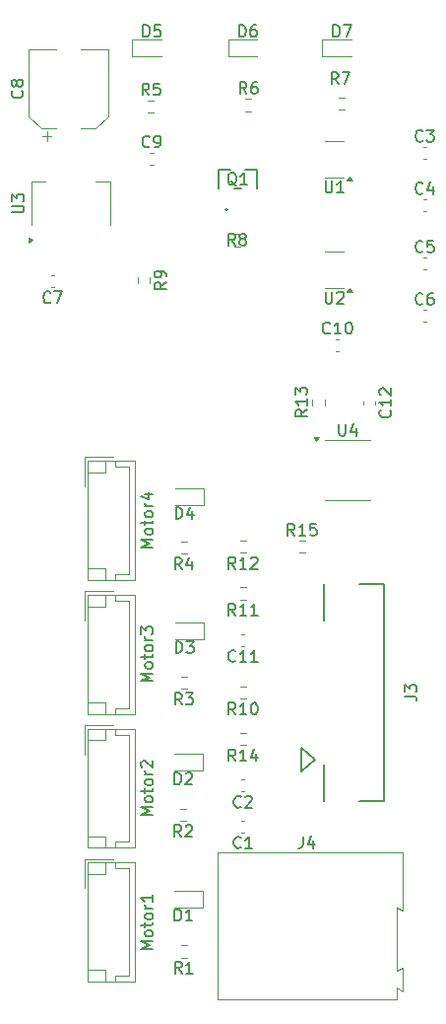
<source format=gbr>
%TF.GenerationSoftware,KiCad,Pcbnew,8.0.5*%
%TF.CreationDate,2024-10-31T16:18:24-07:00*%
%TF.ProjectId,CustomMotorshield,43757374-6f6d-44d6-9f74-6f7273686965,rev?*%
%TF.SameCoordinates,Original*%
%TF.FileFunction,Legend,Top*%
%TF.FilePolarity,Positive*%
%FSLAX46Y46*%
G04 Gerber Fmt 4.6, Leading zero omitted, Abs format (unit mm)*
G04 Created by KiCad (PCBNEW 8.0.5) date 2024-10-31 16:18:24*
%MOMM*%
%LPD*%
G01*
G04 APERTURE LIST*
%ADD10C,0.150000*%
%ADD11C,0.120000*%
%ADD12C,0.152400*%
G04 APERTURE END LIST*
D10*
X88166666Y-138854819D02*
X88166666Y-139569104D01*
X88166666Y-139569104D02*
X88119047Y-139711961D01*
X88119047Y-139711961D02*
X88023809Y-139807200D01*
X88023809Y-139807200D02*
X87880952Y-139854819D01*
X87880952Y-139854819D02*
X87785714Y-139854819D01*
X89071428Y-139188152D02*
X89071428Y-139854819D01*
X88833333Y-138807200D02*
X88595238Y-139521485D01*
X88595238Y-139521485D02*
X89214285Y-139521485D01*
X64009580Y-74866666D02*
X64057200Y-74914285D01*
X64057200Y-74914285D02*
X64104819Y-75057142D01*
X64104819Y-75057142D02*
X64104819Y-75152380D01*
X64104819Y-75152380D02*
X64057200Y-75295237D01*
X64057200Y-75295237D02*
X63961961Y-75390475D01*
X63961961Y-75390475D02*
X63866723Y-75438094D01*
X63866723Y-75438094D02*
X63676247Y-75485713D01*
X63676247Y-75485713D02*
X63533390Y-75485713D01*
X63533390Y-75485713D02*
X63342914Y-75438094D01*
X63342914Y-75438094D02*
X63247676Y-75390475D01*
X63247676Y-75390475D02*
X63152438Y-75295237D01*
X63152438Y-75295237D02*
X63104819Y-75152380D01*
X63104819Y-75152380D02*
X63104819Y-75057142D01*
X63104819Y-75057142D02*
X63152438Y-74914285D01*
X63152438Y-74914285D02*
X63200057Y-74866666D01*
X63533390Y-74295237D02*
X63485771Y-74390475D01*
X63485771Y-74390475D02*
X63438152Y-74438094D01*
X63438152Y-74438094D02*
X63342914Y-74485713D01*
X63342914Y-74485713D02*
X63295295Y-74485713D01*
X63295295Y-74485713D02*
X63200057Y-74438094D01*
X63200057Y-74438094D02*
X63152438Y-74390475D01*
X63152438Y-74390475D02*
X63104819Y-74295237D01*
X63104819Y-74295237D02*
X63104819Y-74104761D01*
X63104819Y-74104761D02*
X63152438Y-74009523D01*
X63152438Y-74009523D02*
X63200057Y-73961904D01*
X63200057Y-73961904D02*
X63295295Y-73914285D01*
X63295295Y-73914285D02*
X63342914Y-73914285D01*
X63342914Y-73914285D02*
X63438152Y-73961904D01*
X63438152Y-73961904D02*
X63485771Y-74009523D01*
X63485771Y-74009523D02*
X63533390Y-74104761D01*
X63533390Y-74104761D02*
X63533390Y-74295237D01*
X63533390Y-74295237D02*
X63581009Y-74390475D01*
X63581009Y-74390475D02*
X63628628Y-74438094D01*
X63628628Y-74438094D02*
X63723866Y-74485713D01*
X63723866Y-74485713D02*
X63914342Y-74485713D01*
X63914342Y-74485713D02*
X64009580Y-74438094D01*
X64009580Y-74438094D02*
X64057200Y-74390475D01*
X64057200Y-74390475D02*
X64104819Y-74295237D01*
X64104819Y-74295237D02*
X64104819Y-74104761D01*
X64104819Y-74104761D02*
X64057200Y-74009523D01*
X64057200Y-74009523D02*
X64009580Y-73961904D01*
X64009580Y-73961904D02*
X63914342Y-73914285D01*
X63914342Y-73914285D02*
X63723866Y-73914285D01*
X63723866Y-73914285D02*
X63628628Y-73961904D01*
X63628628Y-73961904D02*
X63581009Y-74009523D01*
X63581009Y-74009523D02*
X63533390Y-74104761D01*
X82454760Y-83005457D02*
X82359522Y-82957838D01*
X82359522Y-82957838D02*
X82264284Y-82862600D01*
X82264284Y-82862600D02*
X82121427Y-82719742D01*
X82121427Y-82719742D02*
X82026189Y-82672123D01*
X82026189Y-82672123D02*
X81930951Y-82672123D01*
X81978570Y-82910219D02*
X81883332Y-82862600D01*
X81883332Y-82862600D02*
X81788094Y-82767361D01*
X81788094Y-82767361D02*
X81740475Y-82576885D01*
X81740475Y-82576885D02*
X81740475Y-82243552D01*
X81740475Y-82243552D02*
X81788094Y-82053076D01*
X81788094Y-82053076D02*
X81883332Y-81957838D01*
X81883332Y-81957838D02*
X81978570Y-81910219D01*
X81978570Y-81910219D02*
X82169046Y-81910219D01*
X82169046Y-81910219D02*
X82264284Y-81957838D01*
X82264284Y-81957838D02*
X82359522Y-82053076D01*
X82359522Y-82053076D02*
X82407141Y-82243552D01*
X82407141Y-82243552D02*
X82407141Y-82576885D01*
X82407141Y-82576885D02*
X82359522Y-82767361D01*
X82359522Y-82767361D02*
X82264284Y-82862600D01*
X82264284Y-82862600D02*
X82169046Y-82910219D01*
X82169046Y-82910219D02*
X81978570Y-82910219D01*
X83359522Y-82910219D02*
X82788094Y-82910219D01*
X83073808Y-82910219D02*
X83073808Y-81910219D01*
X83073808Y-81910219D02*
X82978570Y-82053076D01*
X82978570Y-82053076D02*
X82883332Y-82148314D01*
X82883332Y-82148314D02*
X82788094Y-82195933D01*
X96954819Y-126833333D02*
X97669104Y-126833333D01*
X97669104Y-126833333D02*
X97811961Y-126880952D01*
X97811961Y-126880952D02*
X97907200Y-126976190D01*
X97907200Y-126976190D02*
X97954819Y-127119047D01*
X97954819Y-127119047D02*
X97954819Y-127214285D01*
X96954819Y-126452380D02*
X96954819Y-125833333D01*
X96954819Y-125833333D02*
X97335771Y-126166666D01*
X97335771Y-126166666D02*
X97335771Y-126023809D01*
X97335771Y-126023809D02*
X97383390Y-125928571D01*
X97383390Y-125928571D02*
X97431009Y-125880952D01*
X97431009Y-125880952D02*
X97526247Y-125833333D01*
X97526247Y-125833333D02*
X97764342Y-125833333D01*
X97764342Y-125833333D02*
X97859580Y-125880952D01*
X97859580Y-125880952D02*
X97907200Y-125928571D01*
X97907200Y-125928571D02*
X97954819Y-126023809D01*
X97954819Y-126023809D02*
X97954819Y-126309523D01*
X97954819Y-126309523D02*
X97907200Y-126404761D01*
X97907200Y-126404761D02*
X97859580Y-126452380D01*
X91263095Y-103459819D02*
X91263095Y-104269342D01*
X91263095Y-104269342D02*
X91310714Y-104364580D01*
X91310714Y-104364580D02*
X91358333Y-104412200D01*
X91358333Y-104412200D02*
X91453571Y-104459819D01*
X91453571Y-104459819D02*
X91644047Y-104459819D01*
X91644047Y-104459819D02*
X91739285Y-104412200D01*
X91739285Y-104412200D02*
X91786904Y-104364580D01*
X91786904Y-104364580D02*
X91834523Y-104269342D01*
X91834523Y-104269342D02*
X91834523Y-103459819D01*
X92739285Y-103793152D02*
X92739285Y-104459819D01*
X92501190Y-103412200D02*
X92263095Y-104126485D01*
X92263095Y-104126485D02*
X92882142Y-104126485D01*
X63154819Y-85311904D02*
X63964342Y-85311904D01*
X63964342Y-85311904D02*
X64059580Y-85264285D01*
X64059580Y-85264285D02*
X64107200Y-85216666D01*
X64107200Y-85216666D02*
X64154819Y-85121428D01*
X64154819Y-85121428D02*
X64154819Y-84930952D01*
X64154819Y-84930952D02*
X64107200Y-84835714D01*
X64107200Y-84835714D02*
X64059580Y-84788095D01*
X64059580Y-84788095D02*
X63964342Y-84740476D01*
X63964342Y-84740476D02*
X63154819Y-84740476D01*
X63154819Y-84359523D02*
X63154819Y-83740476D01*
X63154819Y-83740476D02*
X63535771Y-84073809D01*
X63535771Y-84073809D02*
X63535771Y-83930952D01*
X63535771Y-83930952D02*
X63583390Y-83835714D01*
X63583390Y-83835714D02*
X63631009Y-83788095D01*
X63631009Y-83788095D02*
X63726247Y-83740476D01*
X63726247Y-83740476D02*
X63964342Y-83740476D01*
X63964342Y-83740476D02*
X64059580Y-83788095D01*
X64059580Y-83788095D02*
X64107200Y-83835714D01*
X64107200Y-83835714D02*
X64154819Y-83930952D01*
X64154819Y-83930952D02*
X64154819Y-84216666D01*
X64154819Y-84216666D02*
X64107200Y-84311904D01*
X64107200Y-84311904D02*
X64059580Y-84359523D01*
X90100595Y-92104819D02*
X90100595Y-92914342D01*
X90100595Y-92914342D02*
X90148214Y-93009580D01*
X90148214Y-93009580D02*
X90195833Y-93057200D01*
X90195833Y-93057200D02*
X90291071Y-93104819D01*
X90291071Y-93104819D02*
X90481547Y-93104819D01*
X90481547Y-93104819D02*
X90576785Y-93057200D01*
X90576785Y-93057200D02*
X90624404Y-93009580D01*
X90624404Y-93009580D02*
X90672023Y-92914342D01*
X90672023Y-92914342D02*
X90672023Y-92104819D01*
X91100595Y-92200057D02*
X91148214Y-92152438D01*
X91148214Y-92152438D02*
X91243452Y-92104819D01*
X91243452Y-92104819D02*
X91481547Y-92104819D01*
X91481547Y-92104819D02*
X91576785Y-92152438D01*
X91576785Y-92152438D02*
X91624404Y-92200057D01*
X91624404Y-92200057D02*
X91672023Y-92295295D01*
X91672023Y-92295295D02*
X91672023Y-92390533D01*
X91672023Y-92390533D02*
X91624404Y-92533390D01*
X91624404Y-92533390D02*
X91052976Y-93104819D01*
X91052976Y-93104819D02*
X91672023Y-93104819D01*
X90100595Y-82604819D02*
X90100595Y-83414342D01*
X90100595Y-83414342D02*
X90148214Y-83509580D01*
X90148214Y-83509580D02*
X90195833Y-83557200D01*
X90195833Y-83557200D02*
X90291071Y-83604819D01*
X90291071Y-83604819D02*
X90481547Y-83604819D01*
X90481547Y-83604819D02*
X90576785Y-83557200D01*
X90576785Y-83557200D02*
X90624404Y-83509580D01*
X90624404Y-83509580D02*
X90672023Y-83414342D01*
X90672023Y-83414342D02*
X90672023Y-82604819D01*
X91672023Y-83604819D02*
X91100595Y-83604819D01*
X91386309Y-83604819D02*
X91386309Y-82604819D01*
X91386309Y-82604819D02*
X91291071Y-82747676D01*
X91291071Y-82747676D02*
X91195833Y-82842914D01*
X91195833Y-82842914D02*
X91100595Y-82890533D01*
X87444642Y-113024819D02*
X87111309Y-112548628D01*
X86873214Y-113024819D02*
X86873214Y-112024819D01*
X86873214Y-112024819D02*
X87254166Y-112024819D01*
X87254166Y-112024819D02*
X87349404Y-112072438D01*
X87349404Y-112072438D02*
X87397023Y-112120057D01*
X87397023Y-112120057D02*
X87444642Y-112215295D01*
X87444642Y-112215295D02*
X87444642Y-112358152D01*
X87444642Y-112358152D02*
X87397023Y-112453390D01*
X87397023Y-112453390D02*
X87349404Y-112501009D01*
X87349404Y-112501009D02*
X87254166Y-112548628D01*
X87254166Y-112548628D02*
X86873214Y-112548628D01*
X88397023Y-113024819D02*
X87825595Y-113024819D01*
X88111309Y-113024819D02*
X88111309Y-112024819D01*
X88111309Y-112024819D02*
X88016071Y-112167676D01*
X88016071Y-112167676D02*
X87920833Y-112262914D01*
X87920833Y-112262914D02*
X87825595Y-112310533D01*
X89301785Y-112024819D02*
X88825595Y-112024819D01*
X88825595Y-112024819D02*
X88777976Y-112501009D01*
X88777976Y-112501009D02*
X88825595Y-112453390D01*
X88825595Y-112453390D02*
X88920833Y-112405771D01*
X88920833Y-112405771D02*
X89158928Y-112405771D01*
X89158928Y-112405771D02*
X89254166Y-112453390D01*
X89254166Y-112453390D02*
X89301785Y-112501009D01*
X89301785Y-112501009D02*
X89349404Y-112596247D01*
X89349404Y-112596247D02*
X89349404Y-112834342D01*
X89349404Y-112834342D02*
X89301785Y-112929580D01*
X89301785Y-112929580D02*
X89254166Y-112977200D01*
X89254166Y-112977200D02*
X89158928Y-113024819D01*
X89158928Y-113024819D02*
X88920833Y-113024819D01*
X88920833Y-113024819D02*
X88825595Y-112977200D01*
X88825595Y-112977200D02*
X88777976Y-112929580D01*
X82357142Y-132384819D02*
X82023809Y-131908628D01*
X81785714Y-132384819D02*
X81785714Y-131384819D01*
X81785714Y-131384819D02*
X82166666Y-131384819D01*
X82166666Y-131384819D02*
X82261904Y-131432438D01*
X82261904Y-131432438D02*
X82309523Y-131480057D01*
X82309523Y-131480057D02*
X82357142Y-131575295D01*
X82357142Y-131575295D02*
X82357142Y-131718152D01*
X82357142Y-131718152D02*
X82309523Y-131813390D01*
X82309523Y-131813390D02*
X82261904Y-131861009D01*
X82261904Y-131861009D02*
X82166666Y-131908628D01*
X82166666Y-131908628D02*
X81785714Y-131908628D01*
X83309523Y-132384819D02*
X82738095Y-132384819D01*
X83023809Y-132384819D02*
X83023809Y-131384819D01*
X83023809Y-131384819D02*
X82928571Y-131527676D01*
X82928571Y-131527676D02*
X82833333Y-131622914D01*
X82833333Y-131622914D02*
X82738095Y-131670533D01*
X84166666Y-131718152D02*
X84166666Y-132384819D01*
X83928571Y-131337200D02*
X83690476Y-132051485D01*
X83690476Y-132051485D02*
X84309523Y-132051485D01*
X88524819Y-102230357D02*
X88048628Y-102563690D01*
X88524819Y-102801785D02*
X87524819Y-102801785D01*
X87524819Y-102801785D02*
X87524819Y-102420833D01*
X87524819Y-102420833D02*
X87572438Y-102325595D01*
X87572438Y-102325595D02*
X87620057Y-102277976D01*
X87620057Y-102277976D02*
X87715295Y-102230357D01*
X87715295Y-102230357D02*
X87858152Y-102230357D01*
X87858152Y-102230357D02*
X87953390Y-102277976D01*
X87953390Y-102277976D02*
X88001009Y-102325595D01*
X88001009Y-102325595D02*
X88048628Y-102420833D01*
X88048628Y-102420833D02*
X88048628Y-102801785D01*
X88524819Y-101277976D02*
X88524819Y-101849404D01*
X88524819Y-101563690D02*
X87524819Y-101563690D01*
X87524819Y-101563690D02*
X87667676Y-101658928D01*
X87667676Y-101658928D02*
X87762914Y-101754166D01*
X87762914Y-101754166D02*
X87810533Y-101849404D01*
X87524819Y-100944642D02*
X87524819Y-100325595D01*
X87524819Y-100325595D02*
X87905771Y-100658928D01*
X87905771Y-100658928D02*
X87905771Y-100516071D01*
X87905771Y-100516071D02*
X87953390Y-100420833D01*
X87953390Y-100420833D02*
X88001009Y-100373214D01*
X88001009Y-100373214D02*
X88096247Y-100325595D01*
X88096247Y-100325595D02*
X88334342Y-100325595D01*
X88334342Y-100325595D02*
X88429580Y-100373214D01*
X88429580Y-100373214D02*
X88477200Y-100420833D01*
X88477200Y-100420833D02*
X88524819Y-100516071D01*
X88524819Y-100516071D02*
X88524819Y-100801785D01*
X88524819Y-100801785D02*
X88477200Y-100897023D01*
X88477200Y-100897023D02*
X88429580Y-100944642D01*
X82357142Y-115884819D02*
X82023809Y-115408628D01*
X81785714Y-115884819D02*
X81785714Y-114884819D01*
X81785714Y-114884819D02*
X82166666Y-114884819D01*
X82166666Y-114884819D02*
X82261904Y-114932438D01*
X82261904Y-114932438D02*
X82309523Y-114980057D01*
X82309523Y-114980057D02*
X82357142Y-115075295D01*
X82357142Y-115075295D02*
X82357142Y-115218152D01*
X82357142Y-115218152D02*
X82309523Y-115313390D01*
X82309523Y-115313390D02*
X82261904Y-115361009D01*
X82261904Y-115361009D02*
X82166666Y-115408628D01*
X82166666Y-115408628D02*
X81785714Y-115408628D01*
X83309523Y-115884819D02*
X82738095Y-115884819D01*
X83023809Y-115884819D02*
X83023809Y-114884819D01*
X83023809Y-114884819D02*
X82928571Y-115027676D01*
X82928571Y-115027676D02*
X82833333Y-115122914D01*
X82833333Y-115122914D02*
X82738095Y-115170533D01*
X83690476Y-114980057D02*
X83738095Y-114932438D01*
X83738095Y-114932438D02*
X83833333Y-114884819D01*
X83833333Y-114884819D02*
X84071428Y-114884819D01*
X84071428Y-114884819D02*
X84166666Y-114932438D01*
X84166666Y-114932438D02*
X84214285Y-114980057D01*
X84214285Y-114980057D02*
X84261904Y-115075295D01*
X84261904Y-115075295D02*
X84261904Y-115170533D01*
X84261904Y-115170533D02*
X84214285Y-115313390D01*
X84214285Y-115313390D02*
X83642857Y-115884819D01*
X83642857Y-115884819D02*
X84261904Y-115884819D01*
X82357142Y-119884819D02*
X82023809Y-119408628D01*
X81785714Y-119884819D02*
X81785714Y-118884819D01*
X81785714Y-118884819D02*
X82166666Y-118884819D01*
X82166666Y-118884819D02*
X82261904Y-118932438D01*
X82261904Y-118932438D02*
X82309523Y-118980057D01*
X82309523Y-118980057D02*
X82357142Y-119075295D01*
X82357142Y-119075295D02*
X82357142Y-119218152D01*
X82357142Y-119218152D02*
X82309523Y-119313390D01*
X82309523Y-119313390D02*
X82261904Y-119361009D01*
X82261904Y-119361009D02*
X82166666Y-119408628D01*
X82166666Y-119408628D02*
X81785714Y-119408628D01*
X83309523Y-119884819D02*
X82738095Y-119884819D01*
X83023809Y-119884819D02*
X83023809Y-118884819D01*
X83023809Y-118884819D02*
X82928571Y-119027676D01*
X82928571Y-119027676D02*
X82833333Y-119122914D01*
X82833333Y-119122914D02*
X82738095Y-119170533D01*
X84261904Y-119884819D02*
X83690476Y-119884819D01*
X83976190Y-119884819D02*
X83976190Y-118884819D01*
X83976190Y-118884819D02*
X83880952Y-119027676D01*
X83880952Y-119027676D02*
X83785714Y-119122914D01*
X83785714Y-119122914D02*
X83690476Y-119170533D01*
X82357142Y-128384819D02*
X82023809Y-127908628D01*
X81785714Y-128384819D02*
X81785714Y-127384819D01*
X81785714Y-127384819D02*
X82166666Y-127384819D01*
X82166666Y-127384819D02*
X82261904Y-127432438D01*
X82261904Y-127432438D02*
X82309523Y-127480057D01*
X82309523Y-127480057D02*
X82357142Y-127575295D01*
X82357142Y-127575295D02*
X82357142Y-127718152D01*
X82357142Y-127718152D02*
X82309523Y-127813390D01*
X82309523Y-127813390D02*
X82261904Y-127861009D01*
X82261904Y-127861009D02*
X82166666Y-127908628D01*
X82166666Y-127908628D02*
X81785714Y-127908628D01*
X83309523Y-128384819D02*
X82738095Y-128384819D01*
X83023809Y-128384819D02*
X83023809Y-127384819D01*
X83023809Y-127384819D02*
X82928571Y-127527676D01*
X82928571Y-127527676D02*
X82833333Y-127622914D01*
X82833333Y-127622914D02*
X82738095Y-127670533D01*
X83928571Y-127384819D02*
X84023809Y-127384819D01*
X84023809Y-127384819D02*
X84119047Y-127432438D01*
X84119047Y-127432438D02*
X84166666Y-127480057D01*
X84166666Y-127480057D02*
X84214285Y-127575295D01*
X84214285Y-127575295D02*
X84261904Y-127765771D01*
X84261904Y-127765771D02*
X84261904Y-128003866D01*
X84261904Y-128003866D02*
X84214285Y-128194342D01*
X84214285Y-128194342D02*
X84166666Y-128289580D01*
X84166666Y-128289580D02*
X84119047Y-128337200D01*
X84119047Y-128337200D02*
X84023809Y-128384819D01*
X84023809Y-128384819D02*
X83928571Y-128384819D01*
X83928571Y-128384819D02*
X83833333Y-128337200D01*
X83833333Y-128337200D02*
X83785714Y-128289580D01*
X83785714Y-128289580D02*
X83738095Y-128194342D01*
X83738095Y-128194342D02*
X83690476Y-128003866D01*
X83690476Y-128003866D02*
X83690476Y-127765771D01*
X83690476Y-127765771D02*
X83738095Y-127575295D01*
X83738095Y-127575295D02*
X83785714Y-127480057D01*
X83785714Y-127480057D02*
X83833333Y-127432438D01*
X83833333Y-127432438D02*
X83928571Y-127384819D01*
X76384819Y-91279166D02*
X75908628Y-91612499D01*
X76384819Y-91850594D02*
X75384819Y-91850594D01*
X75384819Y-91850594D02*
X75384819Y-91469642D01*
X75384819Y-91469642D02*
X75432438Y-91374404D01*
X75432438Y-91374404D02*
X75480057Y-91326785D01*
X75480057Y-91326785D02*
X75575295Y-91279166D01*
X75575295Y-91279166D02*
X75718152Y-91279166D01*
X75718152Y-91279166D02*
X75813390Y-91326785D01*
X75813390Y-91326785D02*
X75861009Y-91374404D01*
X75861009Y-91374404D02*
X75908628Y-91469642D01*
X75908628Y-91469642D02*
X75908628Y-91850594D01*
X76384819Y-90802975D02*
X76384819Y-90612499D01*
X76384819Y-90612499D02*
X76337200Y-90517261D01*
X76337200Y-90517261D02*
X76289580Y-90469642D01*
X76289580Y-90469642D02*
X76146723Y-90374404D01*
X76146723Y-90374404D02*
X75956247Y-90326785D01*
X75956247Y-90326785D02*
X75575295Y-90326785D01*
X75575295Y-90326785D02*
X75480057Y-90374404D01*
X75480057Y-90374404D02*
X75432438Y-90422023D01*
X75432438Y-90422023D02*
X75384819Y-90517261D01*
X75384819Y-90517261D02*
X75384819Y-90707737D01*
X75384819Y-90707737D02*
X75432438Y-90802975D01*
X75432438Y-90802975D02*
X75480057Y-90850594D01*
X75480057Y-90850594D02*
X75575295Y-90898213D01*
X75575295Y-90898213D02*
X75813390Y-90898213D01*
X75813390Y-90898213D02*
X75908628Y-90850594D01*
X75908628Y-90850594D02*
X75956247Y-90802975D01*
X75956247Y-90802975D02*
X76003866Y-90707737D01*
X76003866Y-90707737D02*
X76003866Y-90517261D01*
X76003866Y-90517261D02*
X75956247Y-90422023D01*
X75956247Y-90422023D02*
X75908628Y-90374404D01*
X75908628Y-90374404D02*
X75813390Y-90326785D01*
X82333333Y-88154819D02*
X82000000Y-87678628D01*
X81761905Y-88154819D02*
X81761905Y-87154819D01*
X81761905Y-87154819D02*
X82142857Y-87154819D01*
X82142857Y-87154819D02*
X82238095Y-87202438D01*
X82238095Y-87202438D02*
X82285714Y-87250057D01*
X82285714Y-87250057D02*
X82333333Y-87345295D01*
X82333333Y-87345295D02*
X82333333Y-87488152D01*
X82333333Y-87488152D02*
X82285714Y-87583390D01*
X82285714Y-87583390D02*
X82238095Y-87631009D01*
X82238095Y-87631009D02*
X82142857Y-87678628D01*
X82142857Y-87678628D02*
X81761905Y-87678628D01*
X82904762Y-87583390D02*
X82809524Y-87535771D01*
X82809524Y-87535771D02*
X82761905Y-87488152D01*
X82761905Y-87488152D02*
X82714286Y-87392914D01*
X82714286Y-87392914D02*
X82714286Y-87345295D01*
X82714286Y-87345295D02*
X82761905Y-87250057D01*
X82761905Y-87250057D02*
X82809524Y-87202438D01*
X82809524Y-87202438D02*
X82904762Y-87154819D01*
X82904762Y-87154819D02*
X83095238Y-87154819D01*
X83095238Y-87154819D02*
X83190476Y-87202438D01*
X83190476Y-87202438D02*
X83238095Y-87250057D01*
X83238095Y-87250057D02*
X83285714Y-87345295D01*
X83285714Y-87345295D02*
X83285714Y-87392914D01*
X83285714Y-87392914D02*
X83238095Y-87488152D01*
X83238095Y-87488152D02*
X83190476Y-87535771D01*
X83190476Y-87535771D02*
X83095238Y-87583390D01*
X83095238Y-87583390D02*
X82904762Y-87583390D01*
X82904762Y-87583390D02*
X82809524Y-87631009D01*
X82809524Y-87631009D02*
X82761905Y-87678628D01*
X82761905Y-87678628D02*
X82714286Y-87773866D01*
X82714286Y-87773866D02*
X82714286Y-87964342D01*
X82714286Y-87964342D02*
X82761905Y-88059580D01*
X82761905Y-88059580D02*
X82809524Y-88107200D01*
X82809524Y-88107200D02*
X82904762Y-88154819D01*
X82904762Y-88154819D02*
X83095238Y-88154819D01*
X83095238Y-88154819D02*
X83190476Y-88107200D01*
X83190476Y-88107200D02*
X83238095Y-88059580D01*
X83238095Y-88059580D02*
X83285714Y-87964342D01*
X83285714Y-87964342D02*
X83285714Y-87773866D01*
X83285714Y-87773866D02*
X83238095Y-87678628D01*
X83238095Y-87678628D02*
X83190476Y-87631009D01*
X83190476Y-87631009D02*
X83095238Y-87583390D01*
X91208333Y-74284819D02*
X90875000Y-73808628D01*
X90636905Y-74284819D02*
X90636905Y-73284819D01*
X90636905Y-73284819D02*
X91017857Y-73284819D01*
X91017857Y-73284819D02*
X91113095Y-73332438D01*
X91113095Y-73332438D02*
X91160714Y-73380057D01*
X91160714Y-73380057D02*
X91208333Y-73475295D01*
X91208333Y-73475295D02*
X91208333Y-73618152D01*
X91208333Y-73618152D02*
X91160714Y-73713390D01*
X91160714Y-73713390D02*
X91113095Y-73761009D01*
X91113095Y-73761009D02*
X91017857Y-73808628D01*
X91017857Y-73808628D02*
X90636905Y-73808628D01*
X91541667Y-73284819D02*
X92208333Y-73284819D01*
X92208333Y-73284819D02*
X91779762Y-74284819D01*
X83320833Y-75114819D02*
X82987500Y-74638628D01*
X82749405Y-75114819D02*
X82749405Y-74114819D01*
X82749405Y-74114819D02*
X83130357Y-74114819D01*
X83130357Y-74114819D02*
X83225595Y-74162438D01*
X83225595Y-74162438D02*
X83273214Y-74210057D01*
X83273214Y-74210057D02*
X83320833Y-74305295D01*
X83320833Y-74305295D02*
X83320833Y-74448152D01*
X83320833Y-74448152D02*
X83273214Y-74543390D01*
X83273214Y-74543390D02*
X83225595Y-74591009D01*
X83225595Y-74591009D02*
X83130357Y-74638628D01*
X83130357Y-74638628D02*
X82749405Y-74638628D01*
X84177976Y-74114819D02*
X83987500Y-74114819D01*
X83987500Y-74114819D02*
X83892262Y-74162438D01*
X83892262Y-74162438D02*
X83844643Y-74210057D01*
X83844643Y-74210057D02*
X83749405Y-74352914D01*
X83749405Y-74352914D02*
X83701786Y-74543390D01*
X83701786Y-74543390D02*
X83701786Y-74924342D01*
X83701786Y-74924342D02*
X83749405Y-75019580D01*
X83749405Y-75019580D02*
X83797024Y-75067200D01*
X83797024Y-75067200D02*
X83892262Y-75114819D01*
X83892262Y-75114819D02*
X84082738Y-75114819D01*
X84082738Y-75114819D02*
X84177976Y-75067200D01*
X84177976Y-75067200D02*
X84225595Y-75019580D01*
X84225595Y-75019580D02*
X84273214Y-74924342D01*
X84273214Y-74924342D02*
X84273214Y-74686247D01*
X84273214Y-74686247D02*
X84225595Y-74591009D01*
X84225595Y-74591009D02*
X84177976Y-74543390D01*
X84177976Y-74543390D02*
X84082738Y-74495771D01*
X84082738Y-74495771D02*
X83892262Y-74495771D01*
X83892262Y-74495771D02*
X83797024Y-74543390D01*
X83797024Y-74543390D02*
X83749405Y-74591009D01*
X83749405Y-74591009D02*
X83701786Y-74686247D01*
X74933333Y-75224819D02*
X74600000Y-74748628D01*
X74361905Y-75224819D02*
X74361905Y-74224819D01*
X74361905Y-74224819D02*
X74742857Y-74224819D01*
X74742857Y-74224819D02*
X74838095Y-74272438D01*
X74838095Y-74272438D02*
X74885714Y-74320057D01*
X74885714Y-74320057D02*
X74933333Y-74415295D01*
X74933333Y-74415295D02*
X74933333Y-74558152D01*
X74933333Y-74558152D02*
X74885714Y-74653390D01*
X74885714Y-74653390D02*
X74838095Y-74701009D01*
X74838095Y-74701009D02*
X74742857Y-74748628D01*
X74742857Y-74748628D02*
X74361905Y-74748628D01*
X75838095Y-74224819D02*
X75361905Y-74224819D01*
X75361905Y-74224819D02*
X75314286Y-74701009D01*
X75314286Y-74701009D02*
X75361905Y-74653390D01*
X75361905Y-74653390D02*
X75457143Y-74605771D01*
X75457143Y-74605771D02*
X75695238Y-74605771D01*
X75695238Y-74605771D02*
X75790476Y-74653390D01*
X75790476Y-74653390D02*
X75838095Y-74701009D01*
X75838095Y-74701009D02*
X75885714Y-74796247D01*
X75885714Y-74796247D02*
X75885714Y-75034342D01*
X75885714Y-75034342D02*
X75838095Y-75129580D01*
X75838095Y-75129580D02*
X75790476Y-75177200D01*
X75790476Y-75177200D02*
X75695238Y-75224819D01*
X75695238Y-75224819D02*
X75457143Y-75224819D01*
X75457143Y-75224819D02*
X75361905Y-75177200D01*
X75361905Y-75177200D02*
X75314286Y-75129580D01*
X77745833Y-115934819D02*
X77412500Y-115458628D01*
X77174405Y-115934819D02*
X77174405Y-114934819D01*
X77174405Y-114934819D02*
X77555357Y-114934819D01*
X77555357Y-114934819D02*
X77650595Y-114982438D01*
X77650595Y-114982438D02*
X77698214Y-115030057D01*
X77698214Y-115030057D02*
X77745833Y-115125295D01*
X77745833Y-115125295D02*
X77745833Y-115268152D01*
X77745833Y-115268152D02*
X77698214Y-115363390D01*
X77698214Y-115363390D02*
X77650595Y-115411009D01*
X77650595Y-115411009D02*
X77555357Y-115458628D01*
X77555357Y-115458628D02*
X77174405Y-115458628D01*
X78602976Y-115268152D02*
X78602976Y-115934819D01*
X78364881Y-114887200D02*
X78126786Y-115601485D01*
X78126786Y-115601485D02*
X78745833Y-115601485D01*
X77745833Y-127544819D02*
X77412500Y-127068628D01*
X77174405Y-127544819D02*
X77174405Y-126544819D01*
X77174405Y-126544819D02*
X77555357Y-126544819D01*
X77555357Y-126544819D02*
X77650595Y-126592438D01*
X77650595Y-126592438D02*
X77698214Y-126640057D01*
X77698214Y-126640057D02*
X77745833Y-126735295D01*
X77745833Y-126735295D02*
X77745833Y-126878152D01*
X77745833Y-126878152D02*
X77698214Y-126973390D01*
X77698214Y-126973390D02*
X77650595Y-127021009D01*
X77650595Y-127021009D02*
X77555357Y-127068628D01*
X77555357Y-127068628D02*
X77174405Y-127068628D01*
X78079167Y-126544819D02*
X78698214Y-126544819D01*
X78698214Y-126544819D02*
X78364881Y-126925771D01*
X78364881Y-126925771D02*
X78507738Y-126925771D01*
X78507738Y-126925771D02*
X78602976Y-126973390D01*
X78602976Y-126973390D02*
X78650595Y-127021009D01*
X78650595Y-127021009D02*
X78698214Y-127116247D01*
X78698214Y-127116247D02*
X78698214Y-127354342D01*
X78698214Y-127354342D02*
X78650595Y-127449580D01*
X78650595Y-127449580D02*
X78602976Y-127497200D01*
X78602976Y-127497200D02*
X78507738Y-127544819D01*
X78507738Y-127544819D02*
X78222024Y-127544819D01*
X78222024Y-127544819D02*
X78126786Y-127497200D01*
X78126786Y-127497200D02*
X78079167Y-127449580D01*
X77708333Y-138884819D02*
X77375000Y-138408628D01*
X77136905Y-138884819D02*
X77136905Y-137884819D01*
X77136905Y-137884819D02*
X77517857Y-137884819D01*
X77517857Y-137884819D02*
X77613095Y-137932438D01*
X77613095Y-137932438D02*
X77660714Y-137980057D01*
X77660714Y-137980057D02*
X77708333Y-138075295D01*
X77708333Y-138075295D02*
X77708333Y-138218152D01*
X77708333Y-138218152D02*
X77660714Y-138313390D01*
X77660714Y-138313390D02*
X77613095Y-138361009D01*
X77613095Y-138361009D02*
X77517857Y-138408628D01*
X77517857Y-138408628D02*
X77136905Y-138408628D01*
X78089286Y-137980057D02*
X78136905Y-137932438D01*
X78136905Y-137932438D02*
X78232143Y-137884819D01*
X78232143Y-137884819D02*
X78470238Y-137884819D01*
X78470238Y-137884819D02*
X78565476Y-137932438D01*
X78565476Y-137932438D02*
X78613095Y-137980057D01*
X78613095Y-137980057D02*
X78660714Y-138075295D01*
X78660714Y-138075295D02*
X78660714Y-138170533D01*
X78660714Y-138170533D02*
X78613095Y-138313390D01*
X78613095Y-138313390D02*
X78041667Y-138884819D01*
X78041667Y-138884819D02*
X78660714Y-138884819D01*
X77745833Y-150604819D02*
X77412500Y-150128628D01*
X77174405Y-150604819D02*
X77174405Y-149604819D01*
X77174405Y-149604819D02*
X77555357Y-149604819D01*
X77555357Y-149604819D02*
X77650595Y-149652438D01*
X77650595Y-149652438D02*
X77698214Y-149700057D01*
X77698214Y-149700057D02*
X77745833Y-149795295D01*
X77745833Y-149795295D02*
X77745833Y-149938152D01*
X77745833Y-149938152D02*
X77698214Y-150033390D01*
X77698214Y-150033390D02*
X77650595Y-150081009D01*
X77650595Y-150081009D02*
X77555357Y-150128628D01*
X77555357Y-150128628D02*
X77174405Y-150128628D01*
X78698214Y-150604819D02*
X78126786Y-150604819D01*
X78412500Y-150604819D02*
X78412500Y-149604819D01*
X78412500Y-149604819D02*
X78317262Y-149747676D01*
X78317262Y-149747676D02*
X78222024Y-149842914D01*
X78222024Y-149842914D02*
X78126786Y-149890533D01*
X95652080Y-102280357D02*
X95699700Y-102327976D01*
X95699700Y-102327976D02*
X95747319Y-102470833D01*
X95747319Y-102470833D02*
X95747319Y-102566071D01*
X95747319Y-102566071D02*
X95699700Y-102708928D01*
X95699700Y-102708928D02*
X95604461Y-102804166D01*
X95604461Y-102804166D02*
X95509223Y-102851785D01*
X95509223Y-102851785D02*
X95318747Y-102899404D01*
X95318747Y-102899404D02*
X95175890Y-102899404D01*
X95175890Y-102899404D02*
X94985414Y-102851785D01*
X94985414Y-102851785D02*
X94890176Y-102804166D01*
X94890176Y-102804166D02*
X94794938Y-102708928D01*
X94794938Y-102708928D02*
X94747319Y-102566071D01*
X94747319Y-102566071D02*
X94747319Y-102470833D01*
X94747319Y-102470833D02*
X94794938Y-102327976D01*
X94794938Y-102327976D02*
X94842557Y-102280357D01*
X95747319Y-101327976D02*
X95747319Y-101899404D01*
X95747319Y-101613690D02*
X94747319Y-101613690D01*
X94747319Y-101613690D02*
X94890176Y-101708928D01*
X94890176Y-101708928D02*
X94985414Y-101804166D01*
X94985414Y-101804166D02*
X95033033Y-101899404D01*
X94842557Y-100947023D02*
X94794938Y-100899404D01*
X94794938Y-100899404D02*
X94747319Y-100804166D01*
X94747319Y-100804166D02*
X94747319Y-100566071D01*
X94747319Y-100566071D02*
X94794938Y-100470833D01*
X94794938Y-100470833D02*
X94842557Y-100423214D01*
X94842557Y-100423214D02*
X94937795Y-100375595D01*
X94937795Y-100375595D02*
X95033033Y-100375595D01*
X95033033Y-100375595D02*
X95175890Y-100423214D01*
X95175890Y-100423214D02*
X95747319Y-100994642D01*
X95747319Y-100994642D02*
X95747319Y-100375595D01*
X82357142Y-123789580D02*
X82309523Y-123837200D01*
X82309523Y-123837200D02*
X82166666Y-123884819D01*
X82166666Y-123884819D02*
X82071428Y-123884819D01*
X82071428Y-123884819D02*
X81928571Y-123837200D01*
X81928571Y-123837200D02*
X81833333Y-123741961D01*
X81833333Y-123741961D02*
X81785714Y-123646723D01*
X81785714Y-123646723D02*
X81738095Y-123456247D01*
X81738095Y-123456247D02*
X81738095Y-123313390D01*
X81738095Y-123313390D02*
X81785714Y-123122914D01*
X81785714Y-123122914D02*
X81833333Y-123027676D01*
X81833333Y-123027676D02*
X81928571Y-122932438D01*
X81928571Y-122932438D02*
X82071428Y-122884819D01*
X82071428Y-122884819D02*
X82166666Y-122884819D01*
X82166666Y-122884819D02*
X82309523Y-122932438D01*
X82309523Y-122932438D02*
X82357142Y-122980057D01*
X83309523Y-123884819D02*
X82738095Y-123884819D01*
X83023809Y-123884819D02*
X83023809Y-122884819D01*
X83023809Y-122884819D02*
X82928571Y-123027676D01*
X82928571Y-123027676D02*
X82833333Y-123122914D01*
X82833333Y-123122914D02*
X82738095Y-123170533D01*
X84261904Y-123884819D02*
X83690476Y-123884819D01*
X83976190Y-123884819D02*
X83976190Y-122884819D01*
X83976190Y-122884819D02*
X83880952Y-123027676D01*
X83880952Y-123027676D02*
X83785714Y-123122914D01*
X83785714Y-123122914D02*
X83690476Y-123170533D01*
X90494642Y-95629580D02*
X90447023Y-95677200D01*
X90447023Y-95677200D02*
X90304166Y-95724819D01*
X90304166Y-95724819D02*
X90208928Y-95724819D01*
X90208928Y-95724819D02*
X90066071Y-95677200D01*
X90066071Y-95677200D02*
X89970833Y-95581961D01*
X89970833Y-95581961D02*
X89923214Y-95486723D01*
X89923214Y-95486723D02*
X89875595Y-95296247D01*
X89875595Y-95296247D02*
X89875595Y-95153390D01*
X89875595Y-95153390D02*
X89923214Y-94962914D01*
X89923214Y-94962914D02*
X89970833Y-94867676D01*
X89970833Y-94867676D02*
X90066071Y-94772438D01*
X90066071Y-94772438D02*
X90208928Y-94724819D01*
X90208928Y-94724819D02*
X90304166Y-94724819D01*
X90304166Y-94724819D02*
X90447023Y-94772438D01*
X90447023Y-94772438D02*
X90494642Y-94820057D01*
X91447023Y-95724819D02*
X90875595Y-95724819D01*
X91161309Y-95724819D02*
X91161309Y-94724819D01*
X91161309Y-94724819D02*
X91066071Y-94867676D01*
X91066071Y-94867676D02*
X90970833Y-94962914D01*
X90970833Y-94962914D02*
X90875595Y-95010533D01*
X92066071Y-94724819D02*
X92161309Y-94724819D01*
X92161309Y-94724819D02*
X92256547Y-94772438D01*
X92256547Y-94772438D02*
X92304166Y-94820057D01*
X92304166Y-94820057D02*
X92351785Y-94915295D01*
X92351785Y-94915295D02*
X92399404Y-95105771D01*
X92399404Y-95105771D02*
X92399404Y-95343866D01*
X92399404Y-95343866D02*
X92351785Y-95534342D01*
X92351785Y-95534342D02*
X92304166Y-95629580D01*
X92304166Y-95629580D02*
X92256547Y-95677200D01*
X92256547Y-95677200D02*
X92161309Y-95724819D01*
X92161309Y-95724819D02*
X92066071Y-95724819D01*
X92066071Y-95724819D02*
X91970833Y-95677200D01*
X91970833Y-95677200D02*
X91923214Y-95629580D01*
X91923214Y-95629580D02*
X91875595Y-95534342D01*
X91875595Y-95534342D02*
X91827976Y-95343866D01*
X91827976Y-95343866D02*
X91827976Y-95105771D01*
X91827976Y-95105771D02*
X91875595Y-94915295D01*
X91875595Y-94915295D02*
X91923214Y-94820057D01*
X91923214Y-94820057D02*
X91970833Y-94772438D01*
X91970833Y-94772438D02*
X92066071Y-94724819D01*
X74970833Y-79629580D02*
X74923214Y-79677200D01*
X74923214Y-79677200D02*
X74780357Y-79724819D01*
X74780357Y-79724819D02*
X74685119Y-79724819D01*
X74685119Y-79724819D02*
X74542262Y-79677200D01*
X74542262Y-79677200D02*
X74447024Y-79581961D01*
X74447024Y-79581961D02*
X74399405Y-79486723D01*
X74399405Y-79486723D02*
X74351786Y-79296247D01*
X74351786Y-79296247D02*
X74351786Y-79153390D01*
X74351786Y-79153390D02*
X74399405Y-78962914D01*
X74399405Y-78962914D02*
X74447024Y-78867676D01*
X74447024Y-78867676D02*
X74542262Y-78772438D01*
X74542262Y-78772438D02*
X74685119Y-78724819D01*
X74685119Y-78724819D02*
X74780357Y-78724819D01*
X74780357Y-78724819D02*
X74923214Y-78772438D01*
X74923214Y-78772438D02*
X74970833Y-78820057D01*
X75447024Y-79724819D02*
X75637500Y-79724819D01*
X75637500Y-79724819D02*
X75732738Y-79677200D01*
X75732738Y-79677200D02*
X75780357Y-79629580D01*
X75780357Y-79629580D02*
X75875595Y-79486723D01*
X75875595Y-79486723D02*
X75923214Y-79296247D01*
X75923214Y-79296247D02*
X75923214Y-78915295D01*
X75923214Y-78915295D02*
X75875595Y-78820057D01*
X75875595Y-78820057D02*
X75827976Y-78772438D01*
X75827976Y-78772438D02*
X75732738Y-78724819D01*
X75732738Y-78724819D02*
X75542262Y-78724819D01*
X75542262Y-78724819D02*
X75447024Y-78772438D01*
X75447024Y-78772438D02*
X75399405Y-78820057D01*
X75399405Y-78820057D02*
X75351786Y-78915295D01*
X75351786Y-78915295D02*
X75351786Y-79153390D01*
X75351786Y-79153390D02*
X75399405Y-79248628D01*
X75399405Y-79248628D02*
X75447024Y-79296247D01*
X75447024Y-79296247D02*
X75542262Y-79343866D01*
X75542262Y-79343866D02*
X75732738Y-79343866D01*
X75732738Y-79343866D02*
X75827976Y-79296247D01*
X75827976Y-79296247D02*
X75875595Y-79248628D01*
X75875595Y-79248628D02*
X75923214Y-79153390D01*
X66470833Y-92989580D02*
X66423214Y-93037200D01*
X66423214Y-93037200D02*
X66280357Y-93084819D01*
X66280357Y-93084819D02*
X66185119Y-93084819D01*
X66185119Y-93084819D02*
X66042262Y-93037200D01*
X66042262Y-93037200D02*
X65947024Y-92941961D01*
X65947024Y-92941961D02*
X65899405Y-92846723D01*
X65899405Y-92846723D02*
X65851786Y-92656247D01*
X65851786Y-92656247D02*
X65851786Y-92513390D01*
X65851786Y-92513390D02*
X65899405Y-92322914D01*
X65899405Y-92322914D02*
X65947024Y-92227676D01*
X65947024Y-92227676D02*
X66042262Y-92132438D01*
X66042262Y-92132438D02*
X66185119Y-92084819D01*
X66185119Y-92084819D02*
X66280357Y-92084819D01*
X66280357Y-92084819D02*
X66423214Y-92132438D01*
X66423214Y-92132438D02*
X66470833Y-92180057D01*
X66804167Y-92084819D02*
X67470833Y-92084819D01*
X67470833Y-92084819D02*
X67042262Y-93084819D01*
X98470833Y-93129580D02*
X98423214Y-93177200D01*
X98423214Y-93177200D02*
X98280357Y-93224819D01*
X98280357Y-93224819D02*
X98185119Y-93224819D01*
X98185119Y-93224819D02*
X98042262Y-93177200D01*
X98042262Y-93177200D02*
X97947024Y-93081961D01*
X97947024Y-93081961D02*
X97899405Y-92986723D01*
X97899405Y-92986723D02*
X97851786Y-92796247D01*
X97851786Y-92796247D02*
X97851786Y-92653390D01*
X97851786Y-92653390D02*
X97899405Y-92462914D01*
X97899405Y-92462914D02*
X97947024Y-92367676D01*
X97947024Y-92367676D02*
X98042262Y-92272438D01*
X98042262Y-92272438D02*
X98185119Y-92224819D01*
X98185119Y-92224819D02*
X98280357Y-92224819D01*
X98280357Y-92224819D02*
X98423214Y-92272438D01*
X98423214Y-92272438D02*
X98470833Y-92320057D01*
X99327976Y-92224819D02*
X99137500Y-92224819D01*
X99137500Y-92224819D02*
X99042262Y-92272438D01*
X99042262Y-92272438D02*
X98994643Y-92320057D01*
X98994643Y-92320057D02*
X98899405Y-92462914D01*
X98899405Y-92462914D02*
X98851786Y-92653390D01*
X98851786Y-92653390D02*
X98851786Y-93034342D01*
X98851786Y-93034342D02*
X98899405Y-93129580D01*
X98899405Y-93129580D02*
X98947024Y-93177200D01*
X98947024Y-93177200D02*
X99042262Y-93224819D01*
X99042262Y-93224819D02*
X99232738Y-93224819D01*
X99232738Y-93224819D02*
X99327976Y-93177200D01*
X99327976Y-93177200D02*
X99375595Y-93129580D01*
X99375595Y-93129580D02*
X99423214Y-93034342D01*
X99423214Y-93034342D02*
X99423214Y-92796247D01*
X99423214Y-92796247D02*
X99375595Y-92701009D01*
X99375595Y-92701009D02*
X99327976Y-92653390D01*
X99327976Y-92653390D02*
X99232738Y-92605771D01*
X99232738Y-92605771D02*
X99042262Y-92605771D01*
X99042262Y-92605771D02*
X98947024Y-92653390D01*
X98947024Y-92653390D02*
X98899405Y-92701009D01*
X98899405Y-92701009D02*
X98851786Y-92796247D01*
X98470833Y-88629580D02*
X98423214Y-88677200D01*
X98423214Y-88677200D02*
X98280357Y-88724819D01*
X98280357Y-88724819D02*
X98185119Y-88724819D01*
X98185119Y-88724819D02*
X98042262Y-88677200D01*
X98042262Y-88677200D02*
X97947024Y-88581961D01*
X97947024Y-88581961D02*
X97899405Y-88486723D01*
X97899405Y-88486723D02*
X97851786Y-88296247D01*
X97851786Y-88296247D02*
X97851786Y-88153390D01*
X97851786Y-88153390D02*
X97899405Y-87962914D01*
X97899405Y-87962914D02*
X97947024Y-87867676D01*
X97947024Y-87867676D02*
X98042262Y-87772438D01*
X98042262Y-87772438D02*
X98185119Y-87724819D01*
X98185119Y-87724819D02*
X98280357Y-87724819D01*
X98280357Y-87724819D02*
X98423214Y-87772438D01*
X98423214Y-87772438D02*
X98470833Y-87820057D01*
X99375595Y-87724819D02*
X98899405Y-87724819D01*
X98899405Y-87724819D02*
X98851786Y-88201009D01*
X98851786Y-88201009D02*
X98899405Y-88153390D01*
X98899405Y-88153390D02*
X98994643Y-88105771D01*
X98994643Y-88105771D02*
X99232738Y-88105771D01*
X99232738Y-88105771D02*
X99327976Y-88153390D01*
X99327976Y-88153390D02*
X99375595Y-88201009D01*
X99375595Y-88201009D02*
X99423214Y-88296247D01*
X99423214Y-88296247D02*
X99423214Y-88534342D01*
X99423214Y-88534342D02*
X99375595Y-88629580D01*
X99375595Y-88629580D02*
X99327976Y-88677200D01*
X99327976Y-88677200D02*
X99232738Y-88724819D01*
X99232738Y-88724819D02*
X98994643Y-88724819D01*
X98994643Y-88724819D02*
X98899405Y-88677200D01*
X98899405Y-88677200D02*
X98851786Y-88629580D01*
X98470833Y-83629580D02*
X98423214Y-83677200D01*
X98423214Y-83677200D02*
X98280357Y-83724819D01*
X98280357Y-83724819D02*
X98185119Y-83724819D01*
X98185119Y-83724819D02*
X98042262Y-83677200D01*
X98042262Y-83677200D02*
X97947024Y-83581961D01*
X97947024Y-83581961D02*
X97899405Y-83486723D01*
X97899405Y-83486723D02*
X97851786Y-83296247D01*
X97851786Y-83296247D02*
X97851786Y-83153390D01*
X97851786Y-83153390D02*
X97899405Y-82962914D01*
X97899405Y-82962914D02*
X97947024Y-82867676D01*
X97947024Y-82867676D02*
X98042262Y-82772438D01*
X98042262Y-82772438D02*
X98185119Y-82724819D01*
X98185119Y-82724819D02*
X98280357Y-82724819D01*
X98280357Y-82724819D02*
X98423214Y-82772438D01*
X98423214Y-82772438D02*
X98470833Y-82820057D01*
X99327976Y-83058152D02*
X99327976Y-83724819D01*
X99089881Y-82677200D02*
X98851786Y-83391485D01*
X98851786Y-83391485D02*
X99470833Y-83391485D01*
X98470833Y-79129580D02*
X98423214Y-79177200D01*
X98423214Y-79177200D02*
X98280357Y-79224819D01*
X98280357Y-79224819D02*
X98185119Y-79224819D01*
X98185119Y-79224819D02*
X98042262Y-79177200D01*
X98042262Y-79177200D02*
X97947024Y-79081961D01*
X97947024Y-79081961D02*
X97899405Y-78986723D01*
X97899405Y-78986723D02*
X97851786Y-78796247D01*
X97851786Y-78796247D02*
X97851786Y-78653390D01*
X97851786Y-78653390D02*
X97899405Y-78462914D01*
X97899405Y-78462914D02*
X97947024Y-78367676D01*
X97947024Y-78367676D02*
X98042262Y-78272438D01*
X98042262Y-78272438D02*
X98185119Y-78224819D01*
X98185119Y-78224819D02*
X98280357Y-78224819D01*
X98280357Y-78224819D02*
X98423214Y-78272438D01*
X98423214Y-78272438D02*
X98470833Y-78320057D01*
X98804167Y-78224819D02*
X99423214Y-78224819D01*
X99423214Y-78224819D02*
X99089881Y-78605771D01*
X99089881Y-78605771D02*
X99232738Y-78605771D01*
X99232738Y-78605771D02*
X99327976Y-78653390D01*
X99327976Y-78653390D02*
X99375595Y-78701009D01*
X99375595Y-78701009D02*
X99423214Y-78796247D01*
X99423214Y-78796247D02*
X99423214Y-79034342D01*
X99423214Y-79034342D02*
X99375595Y-79129580D01*
X99375595Y-79129580D02*
X99327976Y-79177200D01*
X99327976Y-79177200D02*
X99232738Y-79224819D01*
X99232738Y-79224819D02*
X98947024Y-79224819D01*
X98947024Y-79224819D02*
X98851786Y-79177200D01*
X98851786Y-79177200D02*
X98804167Y-79129580D01*
X82833333Y-136289580D02*
X82785714Y-136337200D01*
X82785714Y-136337200D02*
X82642857Y-136384819D01*
X82642857Y-136384819D02*
X82547619Y-136384819D01*
X82547619Y-136384819D02*
X82404762Y-136337200D01*
X82404762Y-136337200D02*
X82309524Y-136241961D01*
X82309524Y-136241961D02*
X82261905Y-136146723D01*
X82261905Y-136146723D02*
X82214286Y-135956247D01*
X82214286Y-135956247D02*
X82214286Y-135813390D01*
X82214286Y-135813390D02*
X82261905Y-135622914D01*
X82261905Y-135622914D02*
X82309524Y-135527676D01*
X82309524Y-135527676D02*
X82404762Y-135432438D01*
X82404762Y-135432438D02*
X82547619Y-135384819D01*
X82547619Y-135384819D02*
X82642857Y-135384819D01*
X82642857Y-135384819D02*
X82785714Y-135432438D01*
X82785714Y-135432438D02*
X82833333Y-135480057D01*
X83214286Y-135480057D02*
X83261905Y-135432438D01*
X83261905Y-135432438D02*
X83357143Y-135384819D01*
X83357143Y-135384819D02*
X83595238Y-135384819D01*
X83595238Y-135384819D02*
X83690476Y-135432438D01*
X83690476Y-135432438D02*
X83738095Y-135480057D01*
X83738095Y-135480057D02*
X83785714Y-135575295D01*
X83785714Y-135575295D02*
X83785714Y-135670533D01*
X83785714Y-135670533D02*
X83738095Y-135813390D01*
X83738095Y-135813390D02*
X83166667Y-136384819D01*
X83166667Y-136384819D02*
X83785714Y-136384819D01*
X82833333Y-139789580D02*
X82785714Y-139837200D01*
X82785714Y-139837200D02*
X82642857Y-139884819D01*
X82642857Y-139884819D02*
X82547619Y-139884819D01*
X82547619Y-139884819D02*
X82404762Y-139837200D01*
X82404762Y-139837200D02*
X82309524Y-139741961D01*
X82309524Y-139741961D02*
X82261905Y-139646723D01*
X82261905Y-139646723D02*
X82214286Y-139456247D01*
X82214286Y-139456247D02*
X82214286Y-139313390D01*
X82214286Y-139313390D02*
X82261905Y-139122914D01*
X82261905Y-139122914D02*
X82309524Y-139027676D01*
X82309524Y-139027676D02*
X82404762Y-138932438D01*
X82404762Y-138932438D02*
X82547619Y-138884819D01*
X82547619Y-138884819D02*
X82642857Y-138884819D01*
X82642857Y-138884819D02*
X82785714Y-138932438D01*
X82785714Y-138932438D02*
X82833333Y-138980057D01*
X83785714Y-139884819D02*
X83214286Y-139884819D01*
X83500000Y-139884819D02*
X83500000Y-138884819D01*
X83500000Y-138884819D02*
X83404762Y-139027676D01*
X83404762Y-139027676D02*
X83309524Y-139122914D01*
X83309524Y-139122914D02*
X83214286Y-139170533D01*
X75254819Y-114029523D02*
X74254819Y-114029523D01*
X74254819Y-114029523D02*
X74969104Y-113696190D01*
X74969104Y-113696190D02*
X74254819Y-113362857D01*
X74254819Y-113362857D02*
X75254819Y-113362857D01*
X75254819Y-112743809D02*
X75207200Y-112839047D01*
X75207200Y-112839047D02*
X75159580Y-112886666D01*
X75159580Y-112886666D02*
X75064342Y-112934285D01*
X75064342Y-112934285D02*
X74778628Y-112934285D01*
X74778628Y-112934285D02*
X74683390Y-112886666D01*
X74683390Y-112886666D02*
X74635771Y-112839047D01*
X74635771Y-112839047D02*
X74588152Y-112743809D01*
X74588152Y-112743809D02*
X74588152Y-112600952D01*
X74588152Y-112600952D02*
X74635771Y-112505714D01*
X74635771Y-112505714D02*
X74683390Y-112458095D01*
X74683390Y-112458095D02*
X74778628Y-112410476D01*
X74778628Y-112410476D02*
X75064342Y-112410476D01*
X75064342Y-112410476D02*
X75159580Y-112458095D01*
X75159580Y-112458095D02*
X75207200Y-112505714D01*
X75207200Y-112505714D02*
X75254819Y-112600952D01*
X75254819Y-112600952D02*
X75254819Y-112743809D01*
X74588152Y-112124761D02*
X74588152Y-111743809D01*
X74254819Y-111981904D02*
X75111961Y-111981904D01*
X75111961Y-111981904D02*
X75207200Y-111934285D01*
X75207200Y-111934285D02*
X75254819Y-111839047D01*
X75254819Y-111839047D02*
X75254819Y-111743809D01*
X75254819Y-111267618D02*
X75207200Y-111362856D01*
X75207200Y-111362856D02*
X75159580Y-111410475D01*
X75159580Y-111410475D02*
X75064342Y-111458094D01*
X75064342Y-111458094D02*
X74778628Y-111458094D01*
X74778628Y-111458094D02*
X74683390Y-111410475D01*
X74683390Y-111410475D02*
X74635771Y-111362856D01*
X74635771Y-111362856D02*
X74588152Y-111267618D01*
X74588152Y-111267618D02*
X74588152Y-111124761D01*
X74588152Y-111124761D02*
X74635771Y-111029523D01*
X74635771Y-111029523D02*
X74683390Y-110981904D01*
X74683390Y-110981904D02*
X74778628Y-110934285D01*
X74778628Y-110934285D02*
X75064342Y-110934285D01*
X75064342Y-110934285D02*
X75159580Y-110981904D01*
X75159580Y-110981904D02*
X75207200Y-111029523D01*
X75207200Y-111029523D02*
X75254819Y-111124761D01*
X75254819Y-111124761D02*
X75254819Y-111267618D01*
X75254819Y-110505713D02*
X74588152Y-110505713D01*
X74778628Y-110505713D02*
X74683390Y-110458094D01*
X74683390Y-110458094D02*
X74635771Y-110410475D01*
X74635771Y-110410475D02*
X74588152Y-110315237D01*
X74588152Y-110315237D02*
X74588152Y-110219999D01*
X74588152Y-109458094D02*
X75254819Y-109458094D01*
X74207200Y-109696189D02*
X74921485Y-109934284D01*
X74921485Y-109934284D02*
X74921485Y-109315237D01*
X75254819Y-137029523D02*
X74254819Y-137029523D01*
X74254819Y-137029523D02*
X74969104Y-136696190D01*
X74969104Y-136696190D02*
X74254819Y-136362857D01*
X74254819Y-136362857D02*
X75254819Y-136362857D01*
X75254819Y-135743809D02*
X75207200Y-135839047D01*
X75207200Y-135839047D02*
X75159580Y-135886666D01*
X75159580Y-135886666D02*
X75064342Y-135934285D01*
X75064342Y-135934285D02*
X74778628Y-135934285D01*
X74778628Y-135934285D02*
X74683390Y-135886666D01*
X74683390Y-135886666D02*
X74635771Y-135839047D01*
X74635771Y-135839047D02*
X74588152Y-135743809D01*
X74588152Y-135743809D02*
X74588152Y-135600952D01*
X74588152Y-135600952D02*
X74635771Y-135505714D01*
X74635771Y-135505714D02*
X74683390Y-135458095D01*
X74683390Y-135458095D02*
X74778628Y-135410476D01*
X74778628Y-135410476D02*
X75064342Y-135410476D01*
X75064342Y-135410476D02*
X75159580Y-135458095D01*
X75159580Y-135458095D02*
X75207200Y-135505714D01*
X75207200Y-135505714D02*
X75254819Y-135600952D01*
X75254819Y-135600952D02*
X75254819Y-135743809D01*
X74588152Y-135124761D02*
X74588152Y-134743809D01*
X74254819Y-134981904D02*
X75111961Y-134981904D01*
X75111961Y-134981904D02*
X75207200Y-134934285D01*
X75207200Y-134934285D02*
X75254819Y-134839047D01*
X75254819Y-134839047D02*
X75254819Y-134743809D01*
X75254819Y-134267618D02*
X75207200Y-134362856D01*
X75207200Y-134362856D02*
X75159580Y-134410475D01*
X75159580Y-134410475D02*
X75064342Y-134458094D01*
X75064342Y-134458094D02*
X74778628Y-134458094D01*
X74778628Y-134458094D02*
X74683390Y-134410475D01*
X74683390Y-134410475D02*
X74635771Y-134362856D01*
X74635771Y-134362856D02*
X74588152Y-134267618D01*
X74588152Y-134267618D02*
X74588152Y-134124761D01*
X74588152Y-134124761D02*
X74635771Y-134029523D01*
X74635771Y-134029523D02*
X74683390Y-133981904D01*
X74683390Y-133981904D02*
X74778628Y-133934285D01*
X74778628Y-133934285D02*
X75064342Y-133934285D01*
X75064342Y-133934285D02*
X75159580Y-133981904D01*
X75159580Y-133981904D02*
X75207200Y-134029523D01*
X75207200Y-134029523D02*
X75254819Y-134124761D01*
X75254819Y-134124761D02*
X75254819Y-134267618D01*
X75254819Y-133505713D02*
X74588152Y-133505713D01*
X74778628Y-133505713D02*
X74683390Y-133458094D01*
X74683390Y-133458094D02*
X74635771Y-133410475D01*
X74635771Y-133410475D02*
X74588152Y-133315237D01*
X74588152Y-133315237D02*
X74588152Y-133219999D01*
X74350057Y-132934284D02*
X74302438Y-132886665D01*
X74302438Y-132886665D02*
X74254819Y-132791427D01*
X74254819Y-132791427D02*
X74254819Y-132553332D01*
X74254819Y-132553332D02*
X74302438Y-132458094D01*
X74302438Y-132458094D02*
X74350057Y-132410475D01*
X74350057Y-132410475D02*
X74445295Y-132362856D01*
X74445295Y-132362856D02*
X74540533Y-132362856D01*
X74540533Y-132362856D02*
X74683390Y-132410475D01*
X74683390Y-132410475D02*
X75254819Y-132981903D01*
X75254819Y-132981903D02*
X75254819Y-132362856D01*
X75254819Y-148529523D02*
X74254819Y-148529523D01*
X74254819Y-148529523D02*
X74969104Y-148196190D01*
X74969104Y-148196190D02*
X74254819Y-147862857D01*
X74254819Y-147862857D02*
X75254819Y-147862857D01*
X75254819Y-147243809D02*
X75207200Y-147339047D01*
X75207200Y-147339047D02*
X75159580Y-147386666D01*
X75159580Y-147386666D02*
X75064342Y-147434285D01*
X75064342Y-147434285D02*
X74778628Y-147434285D01*
X74778628Y-147434285D02*
X74683390Y-147386666D01*
X74683390Y-147386666D02*
X74635771Y-147339047D01*
X74635771Y-147339047D02*
X74588152Y-147243809D01*
X74588152Y-147243809D02*
X74588152Y-147100952D01*
X74588152Y-147100952D02*
X74635771Y-147005714D01*
X74635771Y-147005714D02*
X74683390Y-146958095D01*
X74683390Y-146958095D02*
X74778628Y-146910476D01*
X74778628Y-146910476D02*
X75064342Y-146910476D01*
X75064342Y-146910476D02*
X75159580Y-146958095D01*
X75159580Y-146958095D02*
X75207200Y-147005714D01*
X75207200Y-147005714D02*
X75254819Y-147100952D01*
X75254819Y-147100952D02*
X75254819Y-147243809D01*
X74588152Y-146624761D02*
X74588152Y-146243809D01*
X74254819Y-146481904D02*
X75111961Y-146481904D01*
X75111961Y-146481904D02*
X75207200Y-146434285D01*
X75207200Y-146434285D02*
X75254819Y-146339047D01*
X75254819Y-146339047D02*
X75254819Y-146243809D01*
X75254819Y-145767618D02*
X75207200Y-145862856D01*
X75207200Y-145862856D02*
X75159580Y-145910475D01*
X75159580Y-145910475D02*
X75064342Y-145958094D01*
X75064342Y-145958094D02*
X74778628Y-145958094D01*
X74778628Y-145958094D02*
X74683390Y-145910475D01*
X74683390Y-145910475D02*
X74635771Y-145862856D01*
X74635771Y-145862856D02*
X74588152Y-145767618D01*
X74588152Y-145767618D02*
X74588152Y-145624761D01*
X74588152Y-145624761D02*
X74635771Y-145529523D01*
X74635771Y-145529523D02*
X74683390Y-145481904D01*
X74683390Y-145481904D02*
X74778628Y-145434285D01*
X74778628Y-145434285D02*
X75064342Y-145434285D01*
X75064342Y-145434285D02*
X75159580Y-145481904D01*
X75159580Y-145481904D02*
X75207200Y-145529523D01*
X75207200Y-145529523D02*
X75254819Y-145624761D01*
X75254819Y-145624761D02*
X75254819Y-145767618D01*
X75254819Y-145005713D02*
X74588152Y-145005713D01*
X74778628Y-145005713D02*
X74683390Y-144958094D01*
X74683390Y-144958094D02*
X74635771Y-144910475D01*
X74635771Y-144910475D02*
X74588152Y-144815237D01*
X74588152Y-144815237D02*
X74588152Y-144719999D01*
X75254819Y-143862856D02*
X75254819Y-144434284D01*
X75254819Y-144148570D02*
X74254819Y-144148570D01*
X74254819Y-144148570D02*
X74397676Y-144243808D01*
X74397676Y-144243808D02*
X74492914Y-144339046D01*
X74492914Y-144339046D02*
X74540533Y-144434284D01*
X90761905Y-70224819D02*
X90761905Y-69224819D01*
X90761905Y-69224819D02*
X91000000Y-69224819D01*
X91000000Y-69224819D02*
X91142857Y-69272438D01*
X91142857Y-69272438D02*
X91238095Y-69367676D01*
X91238095Y-69367676D02*
X91285714Y-69462914D01*
X91285714Y-69462914D02*
X91333333Y-69653390D01*
X91333333Y-69653390D02*
X91333333Y-69796247D01*
X91333333Y-69796247D02*
X91285714Y-69986723D01*
X91285714Y-69986723D02*
X91238095Y-70081961D01*
X91238095Y-70081961D02*
X91142857Y-70177200D01*
X91142857Y-70177200D02*
X91000000Y-70224819D01*
X91000000Y-70224819D02*
X90761905Y-70224819D01*
X91666667Y-69224819D02*
X92333333Y-69224819D01*
X92333333Y-69224819D02*
X91904762Y-70224819D01*
X82686905Y-70224819D02*
X82686905Y-69224819D01*
X82686905Y-69224819D02*
X82925000Y-69224819D01*
X82925000Y-69224819D02*
X83067857Y-69272438D01*
X83067857Y-69272438D02*
X83163095Y-69367676D01*
X83163095Y-69367676D02*
X83210714Y-69462914D01*
X83210714Y-69462914D02*
X83258333Y-69653390D01*
X83258333Y-69653390D02*
X83258333Y-69796247D01*
X83258333Y-69796247D02*
X83210714Y-69986723D01*
X83210714Y-69986723D02*
X83163095Y-70081961D01*
X83163095Y-70081961D02*
X83067857Y-70177200D01*
X83067857Y-70177200D02*
X82925000Y-70224819D01*
X82925000Y-70224819D02*
X82686905Y-70224819D01*
X84115476Y-69224819D02*
X83925000Y-69224819D01*
X83925000Y-69224819D02*
X83829762Y-69272438D01*
X83829762Y-69272438D02*
X83782143Y-69320057D01*
X83782143Y-69320057D02*
X83686905Y-69462914D01*
X83686905Y-69462914D02*
X83639286Y-69653390D01*
X83639286Y-69653390D02*
X83639286Y-70034342D01*
X83639286Y-70034342D02*
X83686905Y-70129580D01*
X83686905Y-70129580D02*
X83734524Y-70177200D01*
X83734524Y-70177200D02*
X83829762Y-70224819D01*
X83829762Y-70224819D02*
X84020238Y-70224819D01*
X84020238Y-70224819D02*
X84115476Y-70177200D01*
X84115476Y-70177200D02*
X84163095Y-70129580D01*
X84163095Y-70129580D02*
X84210714Y-70034342D01*
X84210714Y-70034342D02*
X84210714Y-69796247D01*
X84210714Y-69796247D02*
X84163095Y-69701009D01*
X84163095Y-69701009D02*
X84115476Y-69653390D01*
X84115476Y-69653390D02*
X84020238Y-69605771D01*
X84020238Y-69605771D02*
X83829762Y-69605771D01*
X83829762Y-69605771D02*
X83734524Y-69653390D01*
X83734524Y-69653390D02*
X83686905Y-69701009D01*
X83686905Y-69701009D02*
X83639286Y-69796247D01*
X77236905Y-111604819D02*
X77236905Y-110604819D01*
X77236905Y-110604819D02*
X77475000Y-110604819D01*
X77475000Y-110604819D02*
X77617857Y-110652438D01*
X77617857Y-110652438D02*
X77713095Y-110747676D01*
X77713095Y-110747676D02*
X77760714Y-110842914D01*
X77760714Y-110842914D02*
X77808333Y-111033390D01*
X77808333Y-111033390D02*
X77808333Y-111176247D01*
X77808333Y-111176247D02*
X77760714Y-111366723D01*
X77760714Y-111366723D02*
X77713095Y-111461961D01*
X77713095Y-111461961D02*
X77617857Y-111557200D01*
X77617857Y-111557200D02*
X77475000Y-111604819D01*
X77475000Y-111604819D02*
X77236905Y-111604819D01*
X78665476Y-110938152D02*
X78665476Y-111604819D01*
X78427381Y-110557200D02*
X78189286Y-111271485D01*
X78189286Y-111271485D02*
X78808333Y-111271485D01*
X75254819Y-125529523D02*
X74254819Y-125529523D01*
X74254819Y-125529523D02*
X74969104Y-125196190D01*
X74969104Y-125196190D02*
X74254819Y-124862857D01*
X74254819Y-124862857D02*
X75254819Y-124862857D01*
X75254819Y-124243809D02*
X75207200Y-124339047D01*
X75207200Y-124339047D02*
X75159580Y-124386666D01*
X75159580Y-124386666D02*
X75064342Y-124434285D01*
X75064342Y-124434285D02*
X74778628Y-124434285D01*
X74778628Y-124434285D02*
X74683390Y-124386666D01*
X74683390Y-124386666D02*
X74635771Y-124339047D01*
X74635771Y-124339047D02*
X74588152Y-124243809D01*
X74588152Y-124243809D02*
X74588152Y-124100952D01*
X74588152Y-124100952D02*
X74635771Y-124005714D01*
X74635771Y-124005714D02*
X74683390Y-123958095D01*
X74683390Y-123958095D02*
X74778628Y-123910476D01*
X74778628Y-123910476D02*
X75064342Y-123910476D01*
X75064342Y-123910476D02*
X75159580Y-123958095D01*
X75159580Y-123958095D02*
X75207200Y-124005714D01*
X75207200Y-124005714D02*
X75254819Y-124100952D01*
X75254819Y-124100952D02*
X75254819Y-124243809D01*
X74588152Y-123624761D02*
X74588152Y-123243809D01*
X74254819Y-123481904D02*
X75111961Y-123481904D01*
X75111961Y-123481904D02*
X75207200Y-123434285D01*
X75207200Y-123434285D02*
X75254819Y-123339047D01*
X75254819Y-123339047D02*
X75254819Y-123243809D01*
X75254819Y-122767618D02*
X75207200Y-122862856D01*
X75207200Y-122862856D02*
X75159580Y-122910475D01*
X75159580Y-122910475D02*
X75064342Y-122958094D01*
X75064342Y-122958094D02*
X74778628Y-122958094D01*
X74778628Y-122958094D02*
X74683390Y-122910475D01*
X74683390Y-122910475D02*
X74635771Y-122862856D01*
X74635771Y-122862856D02*
X74588152Y-122767618D01*
X74588152Y-122767618D02*
X74588152Y-122624761D01*
X74588152Y-122624761D02*
X74635771Y-122529523D01*
X74635771Y-122529523D02*
X74683390Y-122481904D01*
X74683390Y-122481904D02*
X74778628Y-122434285D01*
X74778628Y-122434285D02*
X75064342Y-122434285D01*
X75064342Y-122434285D02*
X75159580Y-122481904D01*
X75159580Y-122481904D02*
X75207200Y-122529523D01*
X75207200Y-122529523D02*
X75254819Y-122624761D01*
X75254819Y-122624761D02*
X75254819Y-122767618D01*
X75254819Y-122005713D02*
X74588152Y-122005713D01*
X74778628Y-122005713D02*
X74683390Y-121958094D01*
X74683390Y-121958094D02*
X74635771Y-121910475D01*
X74635771Y-121910475D02*
X74588152Y-121815237D01*
X74588152Y-121815237D02*
X74588152Y-121719999D01*
X74254819Y-121481903D02*
X74254819Y-120862856D01*
X74254819Y-120862856D02*
X74635771Y-121196189D01*
X74635771Y-121196189D02*
X74635771Y-121053332D01*
X74635771Y-121053332D02*
X74683390Y-120958094D01*
X74683390Y-120958094D02*
X74731009Y-120910475D01*
X74731009Y-120910475D02*
X74826247Y-120862856D01*
X74826247Y-120862856D02*
X75064342Y-120862856D01*
X75064342Y-120862856D02*
X75159580Y-120910475D01*
X75159580Y-120910475D02*
X75207200Y-120958094D01*
X75207200Y-120958094D02*
X75254819Y-121053332D01*
X75254819Y-121053332D02*
X75254819Y-121339046D01*
X75254819Y-121339046D02*
X75207200Y-121434284D01*
X75207200Y-121434284D02*
X75159580Y-121481903D01*
X77136905Y-146104819D02*
X77136905Y-145104819D01*
X77136905Y-145104819D02*
X77375000Y-145104819D01*
X77375000Y-145104819D02*
X77517857Y-145152438D01*
X77517857Y-145152438D02*
X77613095Y-145247676D01*
X77613095Y-145247676D02*
X77660714Y-145342914D01*
X77660714Y-145342914D02*
X77708333Y-145533390D01*
X77708333Y-145533390D02*
X77708333Y-145676247D01*
X77708333Y-145676247D02*
X77660714Y-145866723D01*
X77660714Y-145866723D02*
X77613095Y-145961961D01*
X77613095Y-145961961D02*
X77517857Y-146057200D01*
X77517857Y-146057200D02*
X77375000Y-146104819D01*
X77375000Y-146104819D02*
X77136905Y-146104819D01*
X78660714Y-146104819D02*
X78089286Y-146104819D01*
X78375000Y-146104819D02*
X78375000Y-145104819D01*
X78375000Y-145104819D02*
X78279762Y-145247676D01*
X78279762Y-145247676D02*
X78184524Y-145342914D01*
X78184524Y-145342914D02*
X78089286Y-145390533D01*
X77236905Y-123104819D02*
X77236905Y-122104819D01*
X77236905Y-122104819D02*
X77475000Y-122104819D01*
X77475000Y-122104819D02*
X77617857Y-122152438D01*
X77617857Y-122152438D02*
X77713095Y-122247676D01*
X77713095Y-122247676D02*
X77760714Y-122342914D01*
X77760714Y-122342914D02*
X77808333Y-122533390D01*
X77808333Y-122533390D02*
X77808333Y-122676247D01*
X77808333Y-122676247D02*
X77760714Y-122866723D01*
X77760714Y-122866723D02*
X77713095Y-122961961D01*
X77713095Y-122961961D02*
X77617857Y-123057200D01*
X77617857Y-123057200D02*
X77475000Y-123104819D01*
X77475000Y-123104819D02*
X77236905Y-123104819D01*
X78141667Y-122104819D02*
X78760714Y-122104819D01*
X78760714Y-122104819D02*
X78427381Y-122485771D01*
X78427381Y-122485771D02*
X78570238Y-122485771D01*
X78570238Y-122485771D02*
X78665476Y-122533390D01*
X78665476Y-122533390D02*
X78713095Y-122581009D01*
X78713095Y-122581009D02*
X78760714Y-122676247D01*
X78760714Y-122676247D02*
X78760714Y-122914342D01*
X78760714Y-122914342D02*
X78713095Y-123009580D01*
X78713095Y-123009580D02*
X78665476Y-123057200D01*
X78665476Y-123057200D02*
X78570238Y-123104819D01*
X78570238Y-123104819D02*
X78284524Y-123104819D01*
X78284524Y-123104819D02*
X78189286Y-123057200D01*
X78189286Y-123057200D02*
X78141667Y-123009580D01*
X77136905Y-134384819D02*
X77136905Y-133384819D01*
X77136905Y-133384819D02*
X77375000Y-133384819D01*
X77375000Y-133384819D02*
X77517857Y-133432438D01*
X77517857Y-133432438D02*
X77613095Y-133527676D01*
X77613095Y-133527676D02*
X77660714Y-133622914D01*
X77660714Y-133622914D02*
X77708333Y-133813390D01*
X77708333Y-133813390D02*
X77708333Y-133956247D01*
X77708333Y-133956247D02*
X77660714Y-134146723D01*
X77660714Y-134146723D02*
X77613095Y-134241961D01*
X77613095Y-134241961D02*
X77517857Y-134337200D01*
X77517857Y-134337200D02*
X77375000Y-134384819D01*
X77375000Y-134384819D02*
X77136905Y-134384819D01*
X78089286Y-133480057D02*
X78136905Y-133432438D01*
X78136905Y-133432438D02*
X78232143Y-133384819D01*
X78232143Y-133384819D02*
X78470238Y-133384819D01*
X78470238Y-133384819D02*
X78565476Y-133432438D01*
X78565476Y-133432438D02*
X78613095Y-133480057D01*
X78613095Y-133480057D02*
X78660714Y-133575295D01*
X78660714Y-133575295D02*
X78660714Y-133670533D01*
X78660714Y-133670533D02*
X78613095Y-133813390D01*
X78613095Y-133813390D02*
X78041667Y-134384819D01*
X78041667Y-134384819D02*
X78660714Y-134384819D01*
X74424405Y-70224819D02*
X74424405Y-69224819D01*
X74424405Y-69224819D02*
X74662500Y-69224819D01*
X74662500Y-69224819D02*
X74805357Y-69272438D01*
X74805357Y-69272438D02*
X74900595Y-69367676D01*
X74900595Y-69367676D02*
X74948214Y-69462914D01*
X74948214Y-69462914D02*
X74995833Y-69653390D01*
X74995833Y-69653390D02*
X74995833Y-69796247D01*
X74995833Y-69796247D02*
X74948214Y-69986723D01*
X74948214Y-69986723D02*
X74900595Y-70081961D01*
X74900595Y-70081961D02*
X74805357Y-70177200D01*
X74805357Y-70177200D02*
X74662500Y-70224819D01*
X74662500Y-70224819D02*
X74424405Y-70224819D01*
X75900595Y-69224819D02*
X75424405Y-69224819D01*
X75424405Y-69224819D02*
X75376786Y-69701009D01*
X75376786Y-69701009D02*
X75424405Y-69653390D01*
X75424405Y-69653390D02*
X75519643Y-69605771D01*
X75519643Y-69605771D02*
X75757738Y-69605771D01*
X75757738Y-69605771D02*
X75852976Y-69653390D01*
X75852976Y-69653390D02*
X75900595Y-69701009D01*
X75900595Y-69701009D02*
X75948214Y-69796247D01*
X75948214Y-69796247D02*
X75948214Y-70034342D01*
X75948214Y-70034342D02*
X75900595Y-70129580D01*
X75900595Y-70129580D02*
X75852976Y-70177200D01*
X75852976Y-70177200D02*
X75757738Y-70224819D01*
X75757738Y-70224819D02*
X75519643Y-70224819D01*
X75519643Y-70224819D02*
X75424405Y-70177200D01*
X75424405Y-70177200D02*
X75376786Y-70129580D01*
D11*
%TO.C,J4*%
X96750000Y-152150000D02*
X96750000Y-150150000D01*
X96750000Y-150150000D02*
X96250000Y-150400000D01*
X96750000Y-145250000D02*
X96750000Y-140200000D01*
X96750000Y-140200000D02*
X80850000Y-140200000D01*
X96250000Y-152800000D02*
X96250000Y-151850000D01*
X96250000Y-151850000D02*
X96750000Y-152150000D01*
X96250000Y-150400000D02*
X96250000Y-145000000D01*
X96250000Y-145000000D02*
X96750000Y-145250000D01*
X80850000Y-152800000D02*
X96250000Y-152800000D01*
X80850000Y-140200000D02*
X80850000Y-152800000D01*
%TO.C,C8*%
X66152500Y-79137500D02*
X66152500Y-78350000D01*
X65758750Y-78743750D02*
X66546250Y-78743750D01*
X65654437Y-78110000D02*
X66940000Y-78110000D01*
X65654437Y-78110000D02*
X64590000Y-77045563D01*
X70345563Y-78110000D02*
X69060000Y-78110000D01*
X70345563Y-78110000D02*
X71410000Y-77045563D01*
X64590000Y-77045563D02*
X64590000Y-71290000D01*
X71410000Y-77045563D02*
X71410000Y-71290000D01*
X64590000Y-71290000D02*
X66940000Y-71290000D01*
X71410000Y-71290000D02*
X69060000Y-71290000D01*
D12*
%TO.C,Q1*%
X81676199Y-85046200D02*
G75*
G02*
X81523799Y-85046200I-76200J0D01*
G01*
X81523799Y-85046200D02*
G75*
G02*
X81676199Y-85046200I76200J0D01*
G01*
X82237538Y-83280900D02*
X82862460Y-83280900D01*
X84175599Y-83280900D02*
X84175599Y-81629900D01*
X84175599Y-81629900D02*
X83187539Y-81629900D01*
X80924399Y-81629900D02*
X80924399Y-83280900D01*
X81912459Y-81629900D02*
X80924399Y-81629900D01*
%TO.C,J3*%
X88043000Y-133259981D02*
X88043000Y-131227982D01*
X88043000Y-131227982D02*
X89236800Y-132243982D01*
X88043000Y-133259981D02*
X89236800Y-132243982D01*
X92992501Y-135799981D02*
X95175000Y-135799981D01*
X95175000Y-135799981D02*
X95175000Y-117200019D01*
X95175000Y-117200019D02*
X92992501Y-117200019D01*
X89975000Y-117200019D02*
X89975000Y-120282489D01*
X89975000Y-132717488D02*
X89975000Y-135799981D01*
D11*
%TO.C,U4*%
X92025000Y-104845000D02*
X90075000Y-104845000D01*
X92025000Y-104845000D02*
X93975000Y-104845000D01*
X92025000Y-109965000D02*
X90075000Y-109965000D01*
X92025000Y-109965000D02*
X93975000Y-109965000D01*
X89325000Y-104940000D02*
X89085000Y-104610000D01*
X89565000Y-104610000D01*
X89325000Y-104940000D01*
G36*
X89325000Y-104940000D02*
G01*
X89085000Y-104610000D01*
X89565000Y-104610000D01*
X89325000Y-104940000D01*
G37*
%TO.C,U3*%
X64890000Y-87680000D02*
X64560000Y-87920000D01*
X64560000Y-87440000D01*
X64890000Y-87680000D01*
G36*
X64890000Y-87680000D02*
G01*
X64560000Y-87920000D01*
X64560000Y-87440000D01*
X64890000Y-87680000D01*
G37*
X71610000Y-82640000D02*
X70350000Y-82640000D01*
X64790000Y-82640000D02*
X66050000Y-82640000D01*
X71610000Y-86400000D02*
X71610000Y-82640000D01*
X64790000Y-86400000D02*
X64790000Y-82640000D01*
%TO.C,U2*%
X92402500Y-92090000D02*
X91922500Y-92090000D01*
X92162500Y-91760000D01*
X92402500Y-92090000D01*
G36*
X92402500Y-92090000D02*
G01*
X91922500Y-92090000D01*
X92162500Y-91760000D01*
X92402500Y-92090000D01*
G37*
X90862500Y-88690000D02*
X90062500Y-88690000D01*
X90862500Y-88690000D02*
X91662500Y-88690000D01*
X90862500Y-91810000D02*
X90062500Y-91810000D01*
X90862500Y-91810000D02*
X91662500Y-91810000D01*
%TO.C,U1*%
X92402500Y-82590000D02*
X91922500Y-82590000D01*
X92162500Y-82260000D01*
X92402500Y-82590000D01*
G36*
X92402500Y-82590000D02*
G01*
X91922500Y-82590000D01*
X92162500Y-82260000D01*
X92402500Y-82590000D01*
G37*
X90862500Y-79190000D02*
X90062500Y-79190000D01*
X90862500Y-79190000D02*
X91662500Y-79190000D01*
X90862500Y-82310000D02*
X90062500Y-82310000D01*
X90862500Y-82310000D02*
X91662500Y-82310000D01*
%TO.C,R15*%
X87832776Y-114522500D02*
X88342224Y-114522500D01*
X87832776Y-113477500D02*
X88342224Y-113477500D01*
%TO.C,R14*%
X83254724Y-129977500D02*
X82745276Y-129977500D01*
X83254724Y-131022500D02*
X82745276Y-131022500D01*
%TO.C,R13*%
X88977500Y-101842224D02*
X88977500Y-101332776D01*
X90022500Y-101842224D02*
X90022500Y-101332776D01*
%TO.C,R12*%
X83254724Y-114522500D02*
X82745276Y-114522500D01*
X83254724Y-113477500D02*
X82745276Y-113477500D01*
%TO.C,R11*%
X83254724Y-118522500D02*
X82745276Y-118522500D01*
X83254724Y-117477500D02*
X82745276Y-117477500D01*
%TO.C,R10*%
X83254724Y-127022500D02*
X82745276Y-127022500D01*
X83254724Y-125977500D02*
X82745276Y-125977500D01*
%TO.C,R9*%
X73977500Y-90857776D02*
X73977500Y-91367224D01*
X75022500Y-90857776D02*
X75022500Y-91367224D01*
%TO.C,R8*%
X82754724Y-87177500D02*
X82245276Y-87177500D01*
X82754724Y-88222500D02*
X82245276Y-88222500D01*
%TO.C,R7*%
X91245276Y-76502500D02*
X91754724Y-76502500D01*
X91245276Y-75457500D02*
X91754724Y-75457500D01*
%TO.C,R6*%
X83232776Y-76612500D02*
X83742224Y-76612500D01*
X83232776Y-75567500D02*
X83742224Y-75567500D01*
%TO.C,R5*%
X74845276Y-76722500D02*
X75354724Y-76722500D01*
X74845276Y-75677500D02*
X75354724Y-75677500D01*
%TO.C,R4*%
X78167224Y-114572500D02*
X77657776Y-114572500D01*
X78167224Y-113527500D02*
X77657776Y-113527500D01*
%TO.C,R3*%
X78167224Y-125137500D02*
X77657776Y-125137500D01*
X78167224Y-126182500D02*
X77657776Y-126182500D01*
%TO.C,R2*%
X78129724Y-136477500D02*
X77620276Y-136477500D01*
X78129724Y-137522500D02*
X77620276Y-137522500D01*
%TO.C,R1*%
X78167224Y-148197500D02*
X77657776Y-148197500D01*
X78167224Y-149242500D02*
X77657776Y-149242500D01*
%TO.C,C12*%
X93352500Y-101491233D02*
X93352500Y-101783767D01*
X94372500Y-101491233D02*
X94372500Y-101783767D01*
%TO.C,C11*%
X83146267Y-121490000D02*
X82853733Y-121490000D01*
X83146267Y-122510000D02*
X82853733Y-122510000D01*
%TO.C,C10*%
X90991233Y-96190000D02*
X91283767Y-96190000D01*
X90991233Y-97210000D02*
X91283767Y-97210000D01*
%TO.C,C9*%
X74991233Y-81210000D02*
X75283767Y-81210000D01*
X74991233Y-80190000D02*
X75283767Y-80190000D01*
%TO.C,C7*%
X66783767Y-90690000D02*
X66491233Y-90690000D01*
X66783767Y-91710000D02*
X66491233Y-91710000D01*
%TO.C,C6*%
X98491233Y-94710000D02*
X98783767Y-94710000D01*
X98491233Y-93690000D02*
X98783767Y-93690000D01*
%TO.C,C5*%
X98491233Y-90210000D02*
X98783767Y-90210000D01*
X98491233Y-89190000D02*
X98783767Y-89190000D01*
%TO.C,C4*%
X98491233Y-85210000D02*
X98783767Y-85210000D01*
X98491233Y-84190000D02*
X98783767Y-84190000D01*
%TO.C,C3*%
X98491233Y-79690000D02*
X98783767Y-79690000D01*
X98491233Y-80710000D02*
X98783767Y-80710000D01*
%TO.C,C2*%
X83146267Y-133990000D02*
X82853733Y-133990000D01*
X83146267Y-135010000D02*
X82853733Y-135010000D01*
%TO.C,C1*%
X83146267Y-138510000D02*
X82853733Y-138510000D01*
X83146267Y-137490000D02*
X82853733Y-137490000D01*
%TO.C,Motor4*%
X73710000Y-116830000D02*
X73710000Y-106610000D01*
X73710000Y-106610000D02*
X69690000Y-106610000D01*
X73210000Y-116330000D02*
X72000000Y-116330000D01*
X73210000Y-107110000D02*
X73210000Y-116330000D01*
X72000000Y-116330000D02*
X72000000Y-116830000D01*
X72000000Y-107110000D02*
X73210000Y-107110000D01*
X72000000Y-106610000D02*
X72000000Y-107110000D01*
X71890000Y-106310000D02*
X69390000Y-106310000D01*
X71190000Y-116830000D02*
X71190000Y-115830000D01*
X71190000Y-115830000D02*
X69690000Y-115830000D01*
X71190000Y-107610000D02*
X69690000Y-107610000D01*
X71190000Y-106610000D02*
X71190000Y-107610000D01*
X69690000Y-116830000D02*
X73710000Y-116830000D01*
X69690000Y-106610000D02*
X69690000Y-116830000D01*
X69390000Y-106310000D02*
X69390000Y-108810000D01*
%TO.C,Motor2*%
X73710000Y-139830000D02*
X73710000Y-129610000D01*
X73710000Y-129610000D02*
X69690000Y-129610000D01*
X73210000Y-139330000D02*
X72000000Y-139330000D01*
X73210000Y-130110000D02*
X73210000Y-139330000D01*
X72000000Y-139330000D02*
X72000000Y-139830000D01*
X72000000Y-130110000D02*
X73210000Y-130110000D01*
X72000000Y-129610000D02*
X72000000Y-130110000D01*
X71890000Y-129310000D02*
X69390000Y-129310000D01*
X71190000Y-139830000D02*
X71190000Y-138830000D01*
X71190000Y-138830000D02*
X69690000Y-138830000D01*
X71190000Y-130610000D02*
X69690000Y-130610000D01*
X71190000Y-129610000D02*
X71190000Y-130610000D01*
X69690000Y-139830000D02*
X73710000Y-139830000D01*
X69690000Y-129610000D02*
X69690000Y-139830000D01*
X69390000Y-129310000D02*
X69390000Y-131810000D01*
%TO.C,Motor1*%
X73710000Y-151330000D02*
X73710000Y-141110000D01*
X73710000Y-141110000D02*
X69690000Y-141110000D01*
X73210000Y-150830000D02*
X72000000Y-150830000D01*
X73210000Y-141610000D02*
X73210000Y-150830000D01*
X72000000Y-150830000D02*
X72000000Y-151330000D01*
X72000000Y-141610000D02*
X73210000Y-141610000D01*
X72000000Y-141110000D02*
X72000000Y-141610000D01*
X71890000Y-140810000D02*
X69390000Y-140810000D01*
X71190000Y-151330000D02*
X71190000Y-150330000D01*
X71190000Y-150330000D02*
X69690000Y-150330000D01*
X71190000Y-142110000D02*
X69690000Y-142110000D01*
X71190000Y-141110000D02*
X71190000Y-142110000D01*
X69690000Y-151330000D02*
X73710000Y-151330000D01*
X69690000Y-141110000D02*
X69690000Y-151330000D01*
X69390000Y-140810000D02*
X69390000Y-143310000D01*
%TO.C,D7*%
X92300000Y-70465000D02*
X89840000Y-70465000D01*
X89840000Y-71935000D02*
X92300000Y-71935000D01*
X89840000Y-70465000D02*
X89840000Y-71935000D01*
%TO.C,D6*%
X84225000Y-70465000D02*
X81765000Y-70465000D01*
X81765000Y-71935000D02*
X84225000Y-71935000D01*
X81765000Y-70465000D02*
X81765000Y-71935000D01*
%TO.C,D4*%
X79635000Y-110455000D02*
X79635000Y-108985000D01*
X79635000Y-108985000D02*
X77175000Y-108985000D01*
X77175000Y-110455000D02*
X79635000Y-110455000D01*
%TO.C,Motor3*%
X73710000Y-128330000D02*
X73710000Y-118110000D01*
X73710000Y-118110000D02*
X69690000Y-118110000D01*
X73210000Y-127830000D02*
X72000000Y-127830000D01*
X73210000Y-118610000D02*
X73210000Y-127830000D01*
X72000000Y-127830000D02*
X72000000Y-128330000D01*
X72000000Y-118610000D02*
X73210000Y-118610000D01*
X72000000Y-118110000D02*
X72000000Y-118610000D01*
X71890000Y-117810000D02*
X69390000Y-117810000D01*
X71190000Y-128330000D02*
X71190000Y-127330000D01*
X71190000Y-127330000D02*
X69690000Y-127330000D01*
X71190000Y-119110000D02*
X69690000Y-119110000D01*
X71190000Y-118110000D02*
X71190000Y-119110000D01*
X69690000Y-128330000D02*
X73710000Y-128330000D01*
X69690000Y-118110000D02*
X69690000Y-128330000D01*
X69390000Y-117810000D02*
X69390000Y-120310000D01*
%TO.C,D1*%
X77075000Y-144955000D02*
X79535000Y-144955000D01*
X79535000Y-143485000D02*
X77075000Y-143485000D01*
X79535000Y-144955000D02*
X79535000Y-143485000D01*
%TO.C,D3*%
X77175000Y-121955000D02*
X79635000Y-121955000D01*
X79635000Y-120485000D02*
X77175000Y-120485000D01*
X79635000Y-121955000D02*
X79635000Y-120485000D01*
%TO.C,D2*%
X77075000Y-133235000D02*
X79535000Y-133235000D01*
X79535000Y-131765000D02*
X77075000Y-131765000D01*
X79535000Y-133235000D02*
X79535000Y-131765000D01*
%TO.C,D5*%
X75962500Y-70465000D02*
X73502500Y-70465000D01*
X73502500Y-71935000D02*
X75962500Y-71935000D01*
X73502500Y-70465000D02*
X73502500Y-71935000D01*
%TD*%
M02*

</source>
